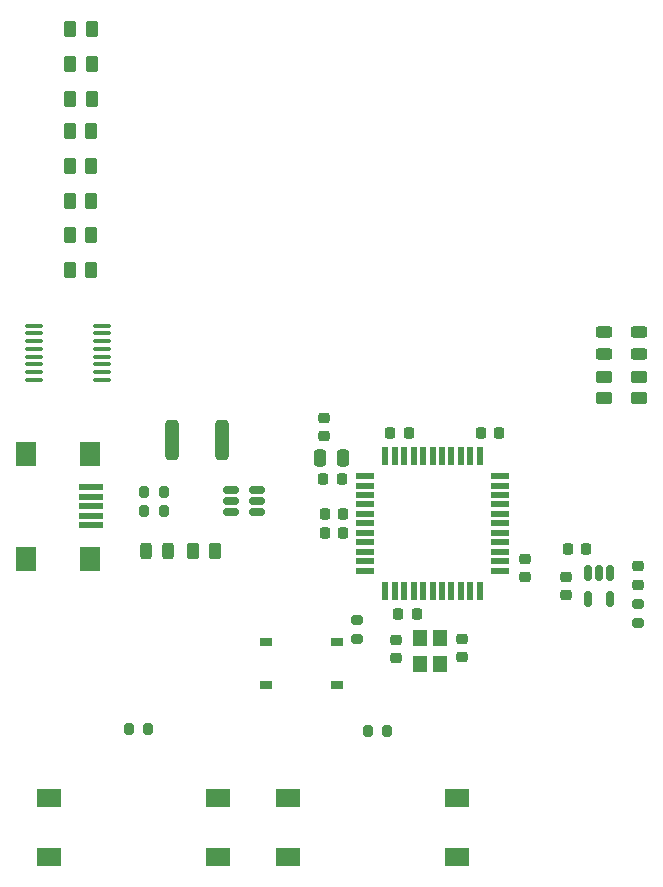
<source format=gbr>
%TF.GenerationSoftware,KiCad,Pcbnew,7.0.1*%
%TF.CreationDate,2023-04-20T17:50:10-06:00*%
%TF.ProjectId,Phase_B_Prototype,50686173-655f-4425-9f50-726f746f7479,rev?*%
%TF.SameCoordinates,Original*%
%TF.FileFunction,Paste,Top*%
%TF.FilePolarity,Positive*%
%FSLAX46Y46*%
G04 Gerber Fmt 4.6, Leading zero omitted, Abs format (unit mm)*
G04 Created by KiCad (PCBNEW 7.0.1) date 2023-04-20 17:50:10*
%MOMM*%
%LPD*%
G01*
G04 APERTURE LIST*
G04 Aperture macros list*
%AMRoundRect*
0 Rectangle with rounded corners*
0 $1 Rounding radius*
0 $2 $3 $4 $5 $6 $7 $8 $9 X,Y pos of 4 corners*
0 Add a 4 corners polygon primitive as box body*
4,1,4,$2,$3,$4,$5,$6,$7,$8,$9,$2,$3,0*
0 Add four circle primitives for the rounded corners*
1,1,$1+$1,$2,$3*
1,1,$1+$1,$4,$5*
1,1,$1+$1,$6,$7*
1,1,$1+$1,$8,$9*
0 Add four rect primitives between the rounded corners*
20,1,$1+$1,$2,$3,$4,$5,0*
20,1,$1+$1,$4,$5,$6,$7,0*
20,1,$1+$1,$6,$7,$8,$9,0*
20,1,$1+$1,$8,$9,$2,$3,0*%
G04 Aperture macros list end*
%ADD10RoundRect,0.243750X-0.243750X-0.456250X0.243750X-0.456250X0.243750X0.456250X-0.243750X0.456250X0*%
%ADD11RoundRect,0.200000X0.200000X0.275000X-0.200000X0.275000X-0.200000X-0.275000X0.200000X-0.275000X0*%
%ADD12RoundRect,0.250000X-0.262500X-0.450000X0.262500X-0.450000X0.262500X0.450000X-0.262500X0.450000X0*%
%ADD13RoundRect,0.225000X0.250000X-0.225000X0.250000X0.225000X-0.250000X0.225000X-0.250000X-0.225000X0*%
%ADD14RoundRect,0.150000X-0.150000X0.512500X-0.150000X-0.512500X0.150000X-0.512500X0.150000X0.512500X0*%
%ADD15RoundRect,0.250000X0.450000X-0.262500X0.450000X0.262500X-0.450000X0.262500X-0.450000X-0.262500X0*%
%ADD16RoundRect,0.243750X-0.456250X0.243750X-0.456250X-0.243750X0.456250X-0.243750X0.456250X0.243750X0*%
%ADD17RoundRect,0.225000X-0.250000X0.225000X-0.250000X-0.225000X0.250000X-0.225000X0.250000X0.225000X0*%
%ADD18RoundRect,0.200000X-0.275000X0.200000X-0.275000X-0.200000X0.275000X-0.200000X0.275000X0.200000X0*%
%ADD19RoundRect,0.100000X-0.637500X-0.100000X0.637500X-0.100000X0.637500X0.100000X-0.637500X0.100000X0*%
%ADD20R,1.500000X0.550000*%
%ADD21R,0.550000X1.500000*%
%ADD22RoundRect,0.250000X0.250000X0.475000X-0.250000X0.475000X-0.250000X-0.475000X0.250000X-0.475000X0*%
%ADD23RoundRect,0.225000X-0.225000X-0.250000X0.225000X-0.250000X0.225000X0.250000X-0.225000X0.250000X0*%
%ADD24R,2.000000X1.500000*%
%ADD25R,1.000000X0.700000*%
%ADD26RoundRect,0.250000X-0.312500X-1.450000X0.312500X-1.450000X0.312500X1.450000X-0.312500X1.450000X0*%
%ADD27RoundRect,0.225000X0.225000X0.250000X-0.225000X0.250000X-0.225000X-0.250000X0.225000X-0.250000X0*%
%ADD28RoundRect,0.200000X-0.200000X-0.275000X0.200000X-0.275000X0.200000X0.275000X-0.200000X0.275000X0*%
%ADD29RoundRect,0.250000X0.262500X0.450000X-0.262500X0.450000X-0.262500X-0.450000X0.262500X-0.450000X0*%
%ADD30R,1.200000X1.400000*%
%ADD31RoundRect,0.150000X-0.512500X-0.150000X0.512500X-0.150000X0.512500X0.150000X-0.512500X0.150000X0*%
%ADD32R,2.000000X0.500000*%
%ADD33R,1.700000X2.000000*%
G04 APERTURE END LIST*
D10*
%TO.C,D3*%
X124625000Y-102900000D03*
X126500000Y-102900000D03*
%TD*%
D11*
%TO.C,R16*%
X126085000Y-97920000D03*
X124435000Y-97920000D03*
%TD*%
D12*
%TO.C,R12*%
X118147500Y-79120000D03*
X119972500Y-79120000D03*
%TD*%
D13*
%TO.C,C13*%
X160190000Y-106610000D03*
X160190000Y-105060000D03*
%TD*%
D14*
%TO.C,U5*%
X163910000Y-104712500D03*
X162960000Y-104712500D03*
X162010000Y-104712500D03*
X162010000Y-106987500D03*
X163910000Y-106987500D03*
%TD*%
D15*
%TO.C,R4*%
X166350000Y-89942500D03*
X166350000Y-88117500D03*
%TD*%
D16*
%TO.C,D2*%
X166360000Y-84327500D03*
X166360000Y-86202500D03*
%TD*%
D17*
%TO.C,C7*%
X156710000Y-103560000D03*
X156710000Y-105110000D03*
%TD*%
D16*
%TO.C,D1*%
X163360000Y-84337500D03*
X163360000Y-86212500D03*
%TD*%
D18*
%TO.C,R13*%
X142460000Y-108725000D03*
X142460000Y-110375000D03*
%TD*%
D12*
%TO.C,R5*%
X118175000Y-58700000D03*
X120000000Y-58700000D03*
%TD*%
%TO.C,R9*%
X118147500Y-70270000D03*
X119972500Y-70270000D03*
%TD*%
%TO.C,R10*%
X118147500Y-73220000D03*
X119972500Y-73220000D03*
%TD*%
D19*
%TO.C,U2*%
X115137500Y-83825000D03*
X115137500Y-84475000D03*
X115137500Y-85125000D03*
X115137500Y-85775000D03*
X115137500Y-86425000D03*
X115137500Y-87075000D03*
X115137500Y-87725000D03*
X115137500Y-88375000D03*
X120862500Y-88375000D03*
X120862500Y-87725000D03*
X120862500Y-87075000D03*
X120862500Y-86425000D03*
X120862500Y-85775000D03*
X120862500Y-85125000D03*
X120862500Y-84475000D03*
X120862500Y-83825000D03*
%TD*%
D20*
%TO.C,U3*%
X143160000Y-96550000D03*
X143160000Y-97350000D03*
X143160000Y-98150000D03*
X143160000Y-98950000D03*
X143160000Y-99750000D03*
X143160000Y-100550000D03*
X143160000Y-101350000D03*
X143160000Y-102150000D03*
X143160000Y-102950000D03*
X143160000Y-103750000D03*
X143160000Y-104550000D03*
D21*
X144860000Y-106250000D03*
X145660000Y-106250000D03*
X146460000Y-106250000D03*
X147260000Y-106250000D03*
X148060000Y-106250000D03*
X148860000Y-106250000D03*
X149660000Y-106250000D03*
X150460000Y-106250000D03*
X151260000Y-106250000D03*
X152060000Y-106250000D03*
X152860000Y-106250000D03*
D20*
X154560000Y-104550000D03*
X154560000Y-103750000D03*
X154560000Y-102950000D03*
X154560000Y-102150000D03*
X154560000Y-101350000D03*
X154560000Y-100550000D03*
X154560000Y-99750000D03*
X154560000Y-98950000D03*
X154560000Y-98150000D03*
X154560000Y-97350000D03*
X154560000Y-96550000D03*
D21*
X152860000Y-94850000D03*
X152060000Y-94850000D03*
X151260000Y-94850000D03*
X150460000Y-94850000D03*
X149660000Y-94850000D03*
X148860000Y-94850000D03*
X148060000Y-94850000D03*
X147260000Y-94850000D03*
X146460000Y-94850000D03*
X145660000Y-94850000D03*
X144860000Y-94850000D03*
%TD*%
D13*
%TO.C,C2*%
X151360000Y-111870000D03*
X151360000Y-110320000D03*
%TD*%
D18*
%TO.C,R17*%
X166260000Y-107350000D03*
X166260000Y-109000000D03*
%TD*%
D13*
%TO.C,C11*%
X139660000Y-93145000D03*
X139660000Y-91595000D03*
%TD*%
D22*
%TO.C,C4*%
X141250000Y-94990000D03*
X139350000Y-94990000D03*
%TD*%
D12*
%TO.C,R11*%
X118147500Y-76170000D03*
X119972500Y-76170000D03*
%TD*%
D23*
%TO.C,C9*%
X152930000Y-92930000D03*
X154480000Y-92930000D03*
%TD*%
D11*
%TO.C,R1*%
X124790000Y-117940000D03*
X123140000Y-117940000D03*
%TD*%
D17*
%TO.C,C1*%
X145730000Y-110425000D03*
X145730000Y-111975000D03*
%TD*%
D24*
%TO.C,S1*%
X116400000Y-123800000D03*
X130700000Y-123800000D03*
X116400000Y-128800000D03*
X130700000Y-128800000D03*
%TD*%
D25*
%TO.C,S3*%
X140760000Y-114275000D03*
X134760000Y-114275000D03*
X140760000Y-110575000D03*
X134760000Y-110575000D03*
%TD*%
D26*
%TO.C,F2*%
X126762500Y-93500000D03*
X131037500Y-93500000D03*
%TD*%
D12*
%TO.C,R6*%
X118175000Y-61650000D03*
X120000000Y-61650000D03*
%TD*%
D27*
%TO.C,C12*%
X161855000Y-102710000D03*
X160305000Y-102710000D03*
%TD*%
D28*
%TO.C,R15*%
X124450000Y-99500000D03*
X126100000Y-99500000D03*
%TD*%
D23*
%TO.C,C8*%
X145285000Y-92860000D03*
X146835000Y-92860000D03*
%TD*%
D27*
%TO.C,C6*%
X141305000Y-101380000D03*
X139755000Y-101380000D03*
%TD*%
D13*
%TO.C,C14*%
X166270000Y-105740000D03*
X166270000Y-104190000D03*
%TD*%
D12*
%TO.C,R8*%
X118147500Y-67320000D03*
X119972500Y-67320000D03*
%TD*%
D27*
%TO.C,C10*%
X141295000Y-99800000D03*
X139745000Y-99800000D03*
%TD*%
D29*
%TO.C,R14*%
X130425000Y-102900000D03*
X128600000Y-102900000D03*
%TD*%
D12*
%TO.C,R7*%
X118175000Y-64600000D03*
X120000000Y-64600000D03*
%TD*%
D23*
%TO.C,C3*%
X145970000Y-108220000D03*
X147520000Y-108220000D03*
%TD*%
D30*
%TO.C,Y1*%
X149460000Y-112450000D03*
X149460000Y-110250000D03*
X147760000Y-110250000D03*
X147760000Y-112450000D03*
%TD*%
D31*
%TO.C,U4*%
X131755000Y-97730000D03*
X131755000Y-98680000D03*
X131755000Y-99630000D03*
X134030000Y-99630000D03*
X134030000Y-98680000D03*
X134030000Y-97730000D03*
%TD*%
D32*
%TO.C,J1*%
X119975000Y-97500000D03*
X119975000Y-98300000D03*
X119975000Y-99100000D03*
X119975000Y-99900000D03*
X119975000Y-100700000D03*
D33*
X119875000Y-94650000D03*
X114425000Y-94650000D03*
X119875000Y-103550000D03*
X114425000Y-103550000D03*
%TD*%
D15*
%TO.C,R3*%
X163400000Y-89942500D03*
X163400000Y-88117500D03*
%TD*%
D11*
%TO.C,R2*%
X145040000Y-118100000D03*
X143390000Y-118100000D03*
%TD*%
D24*
%TO.C,S2*%
X136600000Y-123800000D03*
X150900000Y-123800000D03*
X136600000Y-128800000D03*
X150900000Y-128800000D03*
%TD*%
D27*
%TO.C,C5*%
X141165000Y-96830000D03*
X139615000Y-96830000D03*
%TD*%
M02*

</source>
